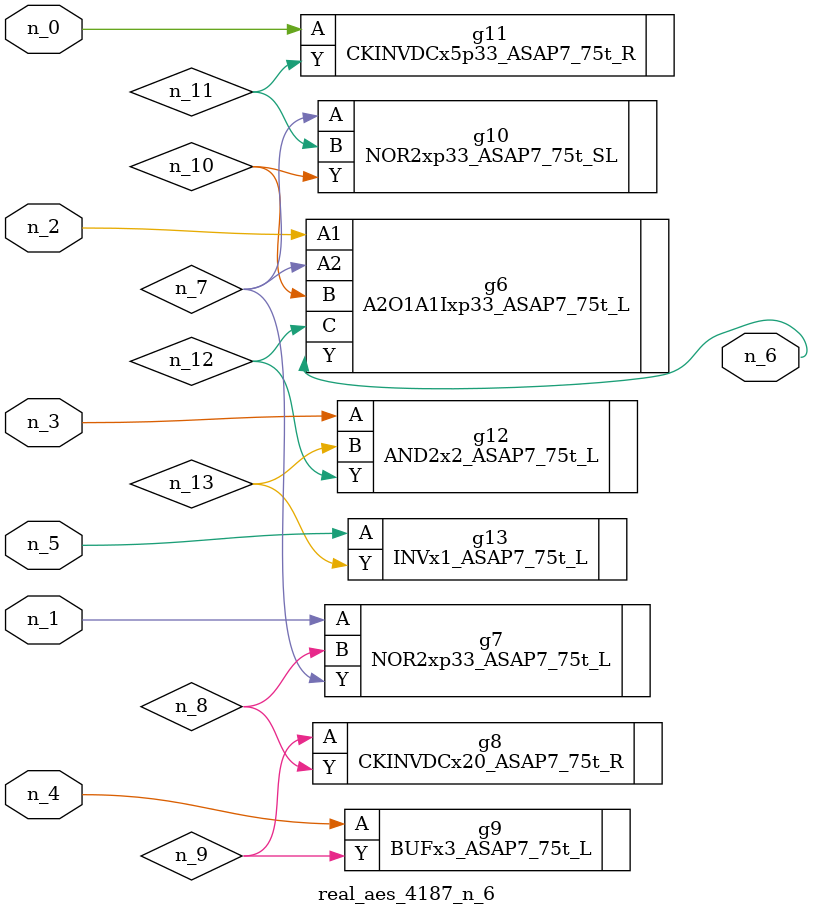
<source format=v>
module real_aes_4187_n_6 (n_4, n_0, n_3, n_5, n_2, n_1, n_6);
input n_4;
input n_0;
input n_3;
input n_5;
input n_2;
input n_1;
output n_6;
wire n_13;
wire n_7;
wire n_8;
wire n_12;
wire n_9;
wire n_10;
wire n_11;
CKINVDCx5p33_ASAP7_75t_R g11 ( .A(n_0), .Y(n_11) );
NOR2xp33_ASAP7_75t_L g7 ( .A(n_1), .B(n_8), .Y(n_7) );
A2O1A1Ixp33_ASAP7_75t_L g6 ( .A1(n_2), .A2(n_7), .B(n_10), .C(n_12), .Y(n_6) );
AND2x2_ASAP7_75t_L g12 ( .A(n_3), .B(n_13), .Y(n_12) );
BUFx3_ASAP7_75t_L g9 ( .A(n_4), .Y(n_9) );
INVx1_ASAP7_75t_L g13 ( .A(n_5), .Y(n_13) );
NOR2xp33_ASAP7_75t_SL g10 ( .A(n_7), .B(n_11), .Y(n_10) );
CKINVDCx20_ASAP7_75t_R g8 ( .A(n_9), .Y(n_8) );
endmodule
</source>
